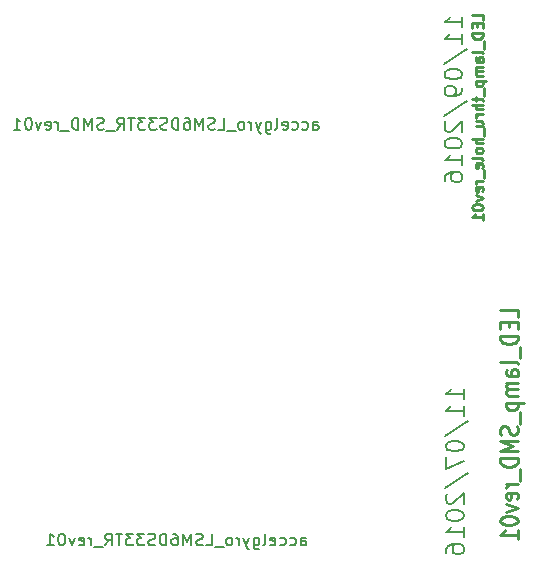
<source format=gbo>
G04 #@! TF.FileFunction,Legend,Bot*
%FSLAX46Y46*%
G04 Gerber Fmt 4.6, Leading zero omitted, Abs format (unit mm)*
G04 Created by KiCad (PCBNEW 4.0.2-stable) date 11/9/2016 4:35:35 PM*
%MOMM*%
G01*
G04 APERTURE LIST*
%ADD10C,0.150000*%
%ADD11C,0.200000*%
%ADD12C,0.225000*%
%ADD13C,0.250000*%
G04 APERTURE END LIST*
D10*
X163028573Y-104152381D02*
X163028573Y-103628571D01*
X163076192Y-103533333D01*
X163171430Y-103485714D01*
X163361907Y-103485714D01*
X163457145Y-103533333D01*
X163028573Y-104104762D02*
X163123811Y-104152381D01*
X163361907Y-104152381D01*
X163457145Y-104104762D01*
X163504764Y-104009524D01*
X163504764Y-103914286D01*
X163457145Y-103819048D01*
X163361907Y-103771429D01*
X163123811Y-103771429D01*
X163028573Y-103723810D01*
X162123811Y-104104762D02*
X162219049Y-104152381D01*
X162409526Y-104152381D01*
X162504764Y-104104762D01*
X162552383Y-104057143D01*
X162600002Y-103961905D01*
X162600002Y-103676190D01*
X162552383Y-103580952D01*
X162504764Y-103533333D01*
X162409526Y-103485714D01*
X162219049Y-103485714D01*
X162123811Y-103533333D01*
X161266668Y-104104762D02*
X161361906Y-104152381D01*
X161552383Y-104152381D01*
X161647621Y-104104762D01*
X161695240Y-104057143D01*
X161742859Y-103961905D01*
X161742859Y-103676190D01*
X161695240Y-103580952D01*
X161647621Y-103533333D01*
X161552383Y-103485714D01*
X161361906Y-103485714D01*
X161266668Y-103533333D01*
X160457144Y-104104762D02*
X160552382Y-104152381D01*
X160742859Y-104152381D01*
X160838097Y-104104762D01*
X160885716Y-104009524D01*
X160885716Y-103628571D01*
X160838097Y-103533333D01*
X160742859Y-103485714D01*
X160552382Y-103485714D01*
X160457144Y-103533333D01*
X160409525Y-103628571D01*
X160409525Y-103723810D01*
X160885716Y-103819048D01*
X159838097Y-104152381D02*
X159933335Y-104104762D01*
X159980954Y-104009524D01*
X159980954Y-103152381D01*
X159028572Y-103485714D02*
X159028572Y-104295238D01*
X159076191Y-104390476D01*
X159123810Y-104438095D01*
X159219049Y-104485714D01*
X159361906Y-104485714D01*
X159457144Y-104438095D01*
X159028572Y-104104762D02*
X159123810Y-104152381D01*
X159314287Y-104152381D01*
X159409525Y-104104762D01*
X159457144Y-104057143D01*
X159504763Y-103961905D01*
X159504763Y-103676190D01*
X159457144Y-103580952D01*
X159409525Y-103533333D01*
X159314287Y-103485714D01*
X159123810Y-103485714D01*
X159028572Y-103533333D01*
X158647620Y-103485714D02*
X158409525Y-104152381D01*
X158171429Y-103485714D02*
X158409525Y-104152381D01*
X158504763Y-104390476D01*
X158552382Y-104438095D01*
X158647620Y-104485714D01*
X157790477Y-104152381D02*
X157790477Y-103485714D01*
X157790477Y-103676190D02*
X157742858Y-103580952D01*
X157695239Y-103533333D01*
X157600001Y-103485714D01*
X157504762Y-103485714D01*
X157028572Y-104152381D02*
X157123810Y-104104762D01*
X157171429Y-104057143D01*
X157219048Y-103961905D01*
X157219048Y-103676190D01*
X157171429Y-103580952D01*
X157123810Y-103533333D01*
X157028572Y-103485714D01*
X156885714Y-103485714D01*
X156790476Y-103533333D01*
X156742857Y-103580952D01*
X156695238Y-103676190D01*
X156695238Y-103961905D01*
X156742857Y-104057143D01*
X156790476Y-104104762D01*
X156885714Y-104152381D01*
X157028572Y-104152381D01*
X156504762Y-104247619D02*
X155742857Y-104247619D01*
X155028571Y-104152381D02*
X155504762Y-104152381D01*
X155504762Y-103152381D01*
X154742857Y-104104762D02*
X154600000Y-104152381D01*
X154361904Y-104152381D01*
X154266666Y-104104762D01*
X154219047Y-104057143D01*
X154171428Y-103961905D01*
X154171428Y-103866667D01*
X154219047Y-103771429D01*
X154266666Y-103723810D01*
X154361904Y-103676190D01*
X154552381Y-103628571D01*
X154647619Y-103580952D01*
X154695238Y-103533333D01*
X154742857Y-103438095D01*
X154742857Y-103342857D01*
X154695238Y-103247619D01*
X154647619Y-103200000D01*
X154552381Y-103152381D01*
X154314285Y-103152381D01*
X154171428Y-103200000D01*
X153742857Y-104152381D02*
X153742857Y-103152381D01*
X153409523Y-103866667D01*
X153076190Y-103152381D01*
X153076190Y-104152381D01*
X152171428Y-103152381D02*
X152361905Y-103152381D01*
X152457143Y-103200000D01*
X152504762Y-103247619D01*
X152600000Y-103390476D01*
X152647619Y-103580952D01*
X152647619Y-103961905D01*
X152600000Y-104057143D01*
X152552381Y-104104762D01*
X152457143Y-104152381D01*
X152266666Y-104152381D01*
X152171428Y-104104762D01*
X152123809Y-104057143D01*
X152076190Y-103961905D01*
X152076190Y-103723810D01*
X152123809Y-103628571D01*
X152171428Y-103580952D01*
X152266666Y-103533333D01*
X152457143Y-103533333D01*
X152552381Y-103580952D01*
X152600000Y-103628571D01*
X152647619Y-103723810D01*
X151647619Y-104152381D02*
X151647619Y-103152381D01*
X151409524Y-103152381D01*
X151266666Y-103200000D01*
X151171428Y-103295238D01*
X151123809Y-103390476D01*
X151076190Y-103580952D01*
X151076190Y-103723810D01*
X151123809Y-103914286D01*
X151171428Y-104009524D01*
X151266666Y-104104762D01*
X151409524Y-104152381D01*
X151647619Y-104152381D01*
X150695238Y-104104762D02*
X150552381Y-104152381D01*
X150314285Y-104152381D01*
X150219047Y-104104762D01*
X150171428Y-104057143D01*
X150123809Y-103961905D01*
X150123809Y-103866667D01*
X150171428Y-103771429D01*
X150219047Y-103723810D01*
X150314285Y-103676190D01*
X150504762Y-103628571D01*
X150600000Y-103580952D01*
X150647619Y-103533333D01*
X150695238Y-103438095D01*
X150695238Y-103342857D01*
X150647619Y-103247619D01*
X150600000Y-103200000D01*
X150504762Y-103152381D01*
X150266666Y-103152381D01*
X150123809Y-103200000D01*
X149790476Y-103152381D02*
X149171428Y-103152381D01*
X149504762Y-103533333D01*
X149361904Y-103533333D01*
X149266666Y-103580952D01*
X149219047Y-103628571D01*
X149171428Y-103723810D01*
X149171428Y-103961905D01*
X149219047Y-104057143D01*
X149266666Y-104104762D01*
X149361904Y-104152381D01*
X149647619Y-104152381D01*
X149742857Y-104104762D01*
X149790476Y-104057143D01*
X148838095Y-103152381D02*
X148219047Y-103152381D01*
X148552381Y-103533333D01*
X148409523Y-103533333D01*
X148314285Y-103580952D01*
X148266666Y-103628571D01*
X148219047Y-103723810D01*
X148219047Y-103961905D01*
X148266666Y-104057143D01*
X148314285Y-104104762D01*
X148409523Y-104152381D01*
X148695238Y-104152381D01*
X148790476Y-104104762D01*
X148838095Y-104057143D01*
X147933333Y-103152381D02*
X147361904Y-103152381D01*
X147647619Y-104152381D02*
X147647619Y-103152381D01*
X146457142Y-104152381D02*
X146790476Y-103676190D01*
X147028571Y-104152381D02*
X147028571Y-103152381D01*
X146647618Y-103152381D01*
X146552380Y-103200000D01*
X146504761Y-103247619D01*
X146457142Y-103342857D01*
X146457142Y-103485714D01*
X146504761Y-103580952D01*
X146552380Y-103628571D01*
X146647618Y-103676190D01*
X147028571Y-103676190D01*
X146266666Y-104247619D02*
X145504761Y-104247619D01*
X145314285Y-104104762D02*
X145171428Y-104152381D01*
X144933332Y-104152381D01*
X144838094Y-104104762D01*
X144790475Y-104057143D01*
X144742856Y-103961905D01*
X144742856Y-103866667D01*
X144790475Y-103771429D01*
X144838094Y-103723810D01*
X144933332Y-103676190D01*
X145123809Y-103628571D01*
X145219047Y-103580952D01*
X145266666Y-103533333D01*
X145314285Y-103438095D01*
X145314285Y-103342857D01*
X145266666Y-103247619D01*
X145219047Y-103200000D01*
X145123809Y-103152381D01*
X144885713Y-103152381D01*
X144742856Y-103200000D01*
X144314285Y-104152381D02*
X144314285Y-103152381D01*
X143980951Y-103866667D01*
X143647618Y-103152381D01*
X143647618Y-104152381D01*
X143171428Y-104152381D02*
X143171428Y-103152381D01*
X142933333Y-103152381D01*
X142790475Y-103200000D01*
X142695237Y-103295238D01*
X142647618Y-103390476D01*
X142599999Y-103580952D01*
X142599999Y-103723810D01*
X142647618Y-103914286D01*
X142695237Y-104009524D01*
X142790475Y-104104762D01*
X142933333Y-104152381D01*
X143171428Y-104152381D01*
X142409523Y-104247619D02*
X141647618Y-104247619D01*
X141409523Y-104152381D02*
X141409523Y-103485714D01*
X141409523Y-103676190D02*
X141361904Y-103580952D01*
X141314285Y-103533333D01*
X141219047Y-103485714D01*
X141123808Y-103485714D01*
X140409522Y-104104762D02*
X140504760Y-104152381D01*
X140695237Y-104152381D01*
X140790475Y-104104762D01*
X140838094Y-104009524D01*
X140838094Y-103628571D01*
X140790475Y-103533333D01*
X140695237Y-103485714D01*
X140504760Y-103485714D01*
X140409522Y-103533333D01*
X140361903Y-103628571D01*
X140361903Y-103723810D01*
X140838094Y-103819048D01*
X140028570Y-103485714D02*
X139790475Y-104152381D01*
X139552379Y-103485714D01*
X138980951Y-103152381D02*
X138885712Y-103152381D01*
X138790474Y-103200000D01*
X138742855Y-103247619D01*
X138695236Y-103342857D01*
X138647617Y-103533333D01*
X138647617Y-103771429D01*
X138695236Y-103961905D01*
X138742855Y-104057143D01*
X138790474Y-104104762D01*
X138885712Y-104152381D01*
X138980951Y-104152381D01*
X139076189Y-104104762D01*
X139123808Y-104057143D01*
X139171427Y-103961905D01*
X139219046Y-103771429D01*
X139219046Y-103533333D01*
X139171427Y-103342857D01*
X139123808Y-103247619D01*
X139076189Y-103200000D01*
X138980951Y-103152381D01*
X137695236Y-104152381D02*
X138266665Y-104152381D01*
X137980951Y-104152381D02*
X137980951Y-103152381D01*
X138076189Y-103295238D01*
X138171427Y-103390476D01*
X138266665Y-103438095D01*
X162000001Y-139352381D02*
X162000001Y-138828571D01*
X162047620Y-138733333D01*
X162142858Y-138685714D01*
X162333335Y-138685714D01*
X162428573Y-138733333D01*
X162000001Y-139304762D02*
X162095239Y-139352381D01*
X162333335Y-139352381D01*
X162428573Y-139304762D01*
X162476192Y-139209524D01*
X162476192Y-139114286D01*
X162428573Y-139019048D01*
X162333335Y-138971429D01*
X162095239Y-138971429D01*
X162000001Y-138923810D01*
X161095239Y-139304762D02*
X161190477Y-139352381D01*
X161380954Y-139352381D01*
X161476192Y-139304762D01*
X161523811Y-139257143D01*
X161571430Y-139161905D01*
X161571430Y-138876190D01*
X161523811Y-138780952D01*
X161476192Y-138733333D01*
X161380954Y-138685714D01*
X161190477Y-138685714D01*
X161095239Y-138733333D01*
X160238096Y-139304762D02*
X160333334Y-139352381D01*
X160523811Y-139352381D01*
X160619049Y-139304762D01*
X160666668Y-139257143D01*
X160714287Y-139161905D01*
X160714287Y-138876190D01*
X160666668Y-138780952D01*
X160619049Y-138733333D01*
X160523811Y-138685714D01*
X160333334Y-138685714D01*
X160238096Y-138733333D01*
X159428572Y-139304762D02*
X159523810Y-139352381D01*
X159714287Y-139352381D01*
X159809525Y-139304762D01*
X159857144Y-139209524D01*
X159857144Y-138828571D01*
X159809525Y-138733333D01*
X159714287Y-138685714D01*
X159523810Y-138685714D01*
X159428572Y-138733333D01*
X159380953Y-138828571D01*
X159380953Y-138923810D01*
X159857144Y-139019048D01*
X158809525Y-139352381D02*
X158904763Y-139304762D01*
X158952382Y-139209524D01*
X158952382Y-138352381D01*
X158000000Y-138685714D02*
X158000000Y-139495238D01*
X158047619Y-139590476D01*
X158095238Y-139638095D01*
X158190477Y-139685714D01*
X158333334Y-139685714D01*
X158428572Y-139638095D01*
X158000000Y-139304762D02*
X158095238Y-139352381D01*
X158285715Y-139352381D01*
X158380953Y-139304762D01*
X158428572Y-139257143D01*
X158476191Y-139161905D01*
X158476191Y-138876190D01*
X158428572Y-138780952D01*
X158380953Y-138733333D01*
X158285715Y-138685714D01*
X158095238Y-138685714D01*
X158000000Y-138733333D01*
X157619048Y-138685714D02*
X157380953Y-139352381D01*
X157142857Y-138685714D02*
X157380953Y-139352381D01*
X157476191Y-139590476D01*
X157523810Y-139638095D01*
X157619048Y-139685714D01*
X156761905Y-139352381D02*
X156761905Y-138685714D01*
X156761905Y-138876190D02*
X156714286Y-138780952D01*
X156666667Y-138733333D01*
X156571429Y-138685714D01*
X156476190Y-138685714D01*
X156000000Y-139352381D02*
X156095238Y-139304762D01*
X156142857Y-139257143D01*
X156190476Y-139161905D01*
X156190476Y-138876190D01*
X156142857Y-138780952D01*
X156095238Y-138733333D01*
X156000000Y-138685714D01*
X155857142Y-138685714D01*
X155761904Y-138733333D01*
X155714285Y-138780952D01*
X155666666Y-138876190D01*
X155666666Y-139161905D01*
X155714285Y-139257143D01*
X155761904Y-139304762D01*
X155857142Y-139352381D01*
X156000000Y-139352381D01*
X155476190Y-139447619D02*
X154714285Y-139447619D01*
X153999999Y-139352381D02*
X154476190Y-139352381D01*
X154476190Y-138352381D01*
X153714285Y-139304762D02*
X153571428Y-139352381D01*
X153333332Y-139352381D01*
X153238094Y-139304762D01*
X153190475Y-139257143D01*
X153142856Y-139161905D01*
X153142856Y-139066667D01*
X153190475Y-138971429D01*
X153238094Y-138923810D01*
X153333332Y-138876190D01*
X153523809Y-138828571D01*
X153619047Y-138780952D01*
X153666666Y-138733333D01*
X153714285Y-138638095D01*
X153714285Y-138542857D01*
X153666666Y-138447619D01*
X153619047Y-138400000D01*
X153523809Y-138352381D01*
X153285713Y-138352381D01*
X153142856Y-138400000D01*
X152714285Y-139352381D02*
X152714285Y-138352381D01*
X152380951Y-139066667D01*
X152047618Y-138352381D01*
X152047618Y-139352381D01*
X151142856Y-138352381D02*
X151333333Y-138352381D01*
X151428571Y-138400000D01*
X151476190Y-138447619D01*
X151571428Y-138590476D01*
X151619047Y-138780952D01*
X151619047Y-139161905D01*
X151571428Y-139257143D01*
X151523809Y-139304762D01*
X151428571Y-139352381D01*
X151238094Y-139352381D01*
X151142856Y-139304762D01*
X151095237Y-139257143D01*
X151047618Y-139161905D01*
X151047618Y-138923810D01*
X151095237Y-138828571D01*
X151142856Y-138780952D01*
X151238094Y-138733333D01*
X151428571Y-138733333D01*
X151523809Y-138780952D01*
X151571428Y-138828571D01*
X151619047Y-138923810D01*
X150619047Y-139352381D02*
X150619047Y-138352381D01*
X150380952Y-138352381D01*
X150238094Y-138400000D01*
X150142856Y-138495238D01*
X150095237Y-138590476D01*
X150047618Y-138780952D01*
X150047618Y-138923810D01*
X150095237Y-139114286D01*
X150142856Y-139209524D01*
X150238094Y-139304762D01*
X150380952Y-139352381D01*
X150619047Y-139352381D01*
X149666666Y-139304762D02*
X149523809Y-139352381D01*
X149285713Y-139352381D01*
X149190475Y-139304762D01*
X149142856Y-139257143D01*
X149095237Y-139161905D01*
X149095237Y-139066667D01*
X149142856Y-138971429D01*
X149190475Y-138923810D01*
X149285713Y-138876190D01*
X149476190Y-138828571D01*
X149571428Y-138780952D01*
X149619047Y-138733333D01*
X149666666Y-138638095D01*
X149666666Y-138542857D01*
X149619047Y-138447619D01*
X149571428Y-138400000D01*
X149476190Y-138352381D01*
X149238094Y-138352381D01*
X149095237Y-138400000D01*
X148761904Y-138352381D02*
X148142856Y-138352381D01*
X148476190Y-138733333D01*
X148333332Y-138733333D01*
X148238094Y-138780952D01*
X148190475Y-138828571D01*
X148142856Y-138923810D01*
X148142856Y-139161905D01*
X148190475Y-139257143D01*
X148238094Y-139304762D01*
X148333332Y-139352381D01*
X148619047Y-139352381D01*
X148714285Y-139304762D01*
X148761904Y-139257143D01*
X147809523Y-138352381D02*
X147190475Y-138352381D01*
X147523809Y-138733333D01*
X147380951Y-138733333D01*
X147285713Y-138780952D01*
X147238094Y-138828571D01*
X147190475Y-138923810D01*
X147190475Y-139161905D01*
X147238094Y-139257143D01*
X147285713Y-139304762D01*
X147380951Y-139352381D01*
X147666666Y-139352381D01*
X147761904Y-139304762D01*
X147809523Y-139257143D01*
X146904761Y-138352381D02*
X146333332Y-138352381D01*
X146619047Y-139352381D02*
X146619047Y-138352381D01*
X145428570Y-139352381D02*
X145761904Y-138876190D01*
X145999999Y-139352381D02*
X145999999Y-138352381D01*
X145619046Y-138352381D01*
X145523808Y-138400000D01*
X145476189Y-138447619D01*
X145428570Y-138542857D01*
X145428570Y-138685714D01*
X145476189Y-138780952D01*
X145523808Y-138828571D01*
X145619046Y-138876190D01*
X145999999Y-138876190D01*
X145238094Y-139447619D02*
X144476189Y-139447619D01*
X144238094Y-139352381D02*
X144238094Y-138685714D01*
X144238094Y-138876190D02*
X144190475Y-138780952D01*
X144142856Y-138733333D01*
X144047618Y-138685714D01*
X143952379Y-138685714D01*
X143238093Y-139304762D02*
X143333331Y-139352381D01*
X143523808Y-139352381D01*
X143619046Y-139304762D01*
X143666665Y-139209524D01*
X143666665Y-138828571D01*
X143619046Y-138733333D01*
X143523808Y-138685714D01*
X143333331Y-138685714D01*
X143238093Y-138733333D01*
X143190474Y-138828571D01*
X143190474Y-138923810D01*
X143666665Y-139019048D01*
X142857141Y-138685714D02*
X142619046Y-139352381D01*
X142380950Y-138685714D01*
X141809522Y-138352381D02*
X141714283Y-138352381D01*
X141619045Y-138400000D01*
X141571426Y-138447619D01*
X141523807Y-138542857D01*
X141476188Y-138733333D01*
X141476188Y-138971429D01*
X141523807Y-139161905D01*
X141571426Y-139257143D01*
X141619045Y-139304762D01*
X141714283Y-139352381D01*
X141809522Y-139352381D01*
X141904760Y-139304762D01*
X141952379Y-139257143D01*
X141999998Y-139161905D01*
X142047617Y-138971429D01*
X142047617Y-138733333D01*
X141999998Y-138542857D01*
X141952379Y-138447619D01*
X141904760Y-138400000D01*
X141809522Y-138352381D01*
X140523807Y-139352381D02*
X141095236Y-139352381D01*
X140809522Y-139352381D02*
X140809522Y-138352381D01*
X140904760Y-138495238D01*
X140999998Y-138590476D01*
X141095236Y-138638095D01*
D11*
X175678571Y-95457144D02*
X175678571Y-94600001D01*
X175678571Y-95028573D02*
X174178571Y-95028573D01*
X174392857Y-94885716D01*
X174535714Y-94742858D01*
X174607143Y-94600001D01*
X175678571Y-96885715D02*
X175678571Y-96028572D01*
X175678571Y-96457144D02*
X174178571Y-96457144D01*
X174392857Y-96314287D01*
X174535714Y-96171429D01*
X174607143Y-96028572D01*
X174107143Y-98600000D02*
X176035714Y-97314286D01*
X174178571Y-99385715D02*
X174178571Y-99528572D01*
X174250000Y-99671429D01*
X174321429Y-99742858D01*
X174464286Y-99814287D01*
X174750000Y-99885715D01*
X175107143Y-99885715D01*
X175392857Y-99814287D01*
X175535714Y-99742858D01*
X175607143Y-99671429D01*
X175678571Y-99528572D01*
X175678571Y-99385715D01*
X175607143Y-99242858D01*
X175535714Y-99171429D01*
X175392857Y-99100001D01*
X175107143Y-99028572D01*
X174750000Y-99028572D01*
X174464286Y-99100001D01*
X174321429Y-99171429D01*
X174250000Y-99242858D01*
X174178571Y-99385715D01*
X175678571Y-100600000D02*
X175678571Y-100885715D01*
X175607143Y-101028572D01*
X175535714Y-101100000D01*
X175321429Y-101242858D01*
X175035714Y-101314286D01*
X174464286Y-101314286D01*
X174321429Y-101242858D01*
X174250000Y-101171429D01*
X174178571Y-101028572D01*
X174178571Y-100742858D01*
X174250000Y-100600000D01*
X174321429Y-100528572D01*
X174464286Y-100457143D01*
X174821429Y-100457143D01*
X174964286Y-100528572D01*
X175035714Y-100600000D01*
X175107143Y-100742858D01*
X175107143Y-101028572D01*
X175035714Y-101171429D01*
X174964286Y-101242858D01*
X174821429Y-101314286D01*
X174107143Y-103028571D02*
X176035714Y-101742857D01*
X174321429Y-103457143D02*
X174250000Y-103528572D01*
X174178571Y-103671429D01*
X174178571Y-104028572D01*
X174250000Y-104171429D01*
X174321429Y-104242858D01*
X174464286Y-104314286D01*
X174607143Y-104314286D01*
X174821429Y-104242858D01*
X175678571Y-103385715D01*
X175678571Y-104314286D01*
X174178571Y-105242857D02*
X174178571Y-105385714D01*
X174250000Y-105528571D01*
X174321429Y-105600000D01*
X174464286Y-105671429D01*
X174750000Y-105742857D01*
X175107143Y-105742857D01*
X175392857Y-105671429D01*
X175535714Y-105600000D01*
X175607143Y-105528571D01*
X175678571Y-105385714D01*
X175678571Y-105242857D01*
X175607143Y-105100000D01*
X175535714Y-105028571D01*
X175392857Y-104957143D01*
X175107143Y-104885714D01*
X174750000Y-104885714D01*
X174464286Y-104957143D01*
X174321429Y-105028571D01*
X174250000Y-105100000D01*
X174178571Y-105242857D01*
X175678571Y-107171428D02*
X175678571Y-106314285D01*
X175678571Y-106742857D02*
X174178571Y-106742857D01*
X174392857Y-106600000D01*
X174535714Y-106457142D01*
X174607143Y-106314285D01*
X174178571Y-108457142D02*
X174178571Y-108171428D01*
X174250000Y-108028571D01*
X174321429Y-107957142D01*
X174535714Y-107814285D01*
X174821429Y-107742856D01*
X175392857Y-107742856D01*
X175535714Y-107814285D01*
X175607143Y-107885713D01*
X175678571Y-108028571D01*
X175678571Y-108314285D01*
X175607143Y-108457142D01*
X175535714Y-108528571D01*
X175392857Y-108599999D01*
X175035714Y-108599999D01*
X174892857Y-108528571D01*
X174821429Y-108457142D01*
X174750000Y-108314285D01*
X174750000Y-108028571D01*
X174821429Y-107885713D01*
X174892857Y-107814285D01*
X175035714Y-107742856D01*
D12*
X177407143Y-94849999D02*
X177407143Y-94421428D01*
X176507143Y-94421428D01*
X176935714Y-95149999D02*
X176935714Y-95449999D01*
X177407143Y-95578570D02*
X177407143Y-95149999D01*
X176507143Y-95149999D01*
X176507143Y-95578570D01*
X177407143Y-95964285D02*
X176507143Y-95964285D01*
X176507143Y-96178570D01*
X176550000Y-96307142D01*
X176635714Y-96392856D01*
X176721429Y-96435713D01*
X176892857Y-96478570D01*
X177021429Y-96478570D01*
X177192857Y-96435713D01*
X177278571Y-96392856D01*
X177364286Y-96307142D01*
X177407143Y-96178570D01*
X177407143Y-95964285D01*
X177492857Y-96649999D02*
X177492857Y-97335713D01*
X177407143Y-97678570D02*
X177364286Y-97592856D01*
X177278571Y-97549999D01*
X176507143Y-97549999D01*
X177407143Y-98407142D02*
X176935714Y-98407142D01*
X176850000Y-98364285D01*
X176807143Y-98278571D01*
X176807143Y-98107142D01*
X176850000Y-98021428D01*
X177364286Y-98407142D02*
X177407143Y-98321428D01*
X177407143Y-98107142D01*
X177364286Y-98021428D01*
X177278571Y-97978571D01*
X177192857Y-97978571D01*
X177107143Y-98021428D01*
X177064286Y-98107142D01*
X177064286Y-98321428D01*
X177021429Y-98407142D01*
X177407143Y-98835714D02*
X176807143Y-98835714D01*
X176892857Y-98835714D02*
X176850000Y-98878571D01*
X176807143Y-98964285D01*
X176807143Y-99092857D01*
X176850000Y-99178571D01*
X176935714Y-99221428D01*
X177407143Y-99221428D01*
X176935714Y-99221428D02*
X176850000Y-99264285D01*
X176807143Y-99349999D01*
X176807143Y-99478571D01*
X176850000Y-99564285D01*
X176935714Y-99607142D01*
X177407143Y-99607142D01*
X176807143Y-100035714D02*
X177707143Y-100035714D01*
X176850000Y-100035714D02*
X176807143Y-100121428D01*
X176807143Y-100292857D01*
X176850000Y-100378571D01*
X176892857Y-100421428D01*
X176978571Y-100464285D01*
X177235714Y-100464285D01*
X177321429Y-100421428D01*
X177364286Y-100378571D01*
X177407143Y-100292857D01*
X177407143Y-100121428D01*
X177364286Y-100035714D01*
X177492857Y-100635714D02*
X177492857Y-101321428D01*
X176807143Y-101407142D02*
X176807143Y-101749999D01*
X176507143Y-101535714D02*
X177278571Y-101535714D01*
X177364286Y-101578571D01*
X177407143Y-101664285D01*
X177407143Y-101749999D01*
X177407143Y-102050000D02*
X176507143Y-102050000D01*
X177407143Y-102435714D02*
X176935714Y-102435714D01*
X176850000Y-102392857D01*
X176807143Y-102307143D01*
X176807143Y-102178571D01*
X176850000Y-102092857D01*
X176892857Y-102050000D01*
X177407143Y-102864286D02*
X176807143Y-102864286D01*
X176978571Y-102864286D02*
X176892857Y-102907143D01*
X176850000Y-102950000D01*
X176807143Y-103035714D01*
X176807143Y-103121429D01*
X176807143Y-103807143D02*
X177407143Y-103807143D01*
X176807143Y-103421429D02*
X177278571Y-103421429D01*
X177364286Y-103464286D01*
X177407143Y-103550000D01*
X177407143Y-103678572D01*
X177364286Y-103764286D01*
X177321429Y-103807143D01*
X177492857Y-104021429D02*
X177492857Y-104707143D01*
X177407143Y-104921429D02*
X176507143Y-104921429D01*
X177407143Y-105307143D02*
X176935714Y-105307143D01*
X176850000Y-105264286D01*
X176807143Y-105178572D01*
X176807143Y-105050000D01*
X176850000Y-104964286D01*
X176892857Y-104921429D01*
X177407143Y-105864286D02*
X177364286Y-105778572D01*
X177321429Y-105735715D01*
X177235714Y-105692858D01*
X176978571Y-105692858D01*
X176892857Y-105735715D01*
X176850000Y-105778572D01*
X176807143Y-105864286D01*
X176807143Y-105992858D01*
X176850000Y-106078572D01*
X176892857Y-106121429D01*
X176978571Y-106164286D01*
X177235714Y-106164286D01*
X177321429Y-106121429D01*
X177364286Y-106078572D01*
X177407143Y-105992858D01*
X177407143Y-105864286D01*
X177407143Y-106678572D02*
X177364286Y-106592858D01*
X177278571Y-106550001D01*
X176507143Y-106550001D01*
X177364286Y-107364287D02*
X177407143Y-107278573D01*
X177407143Y-107107144D01*
X177364286Y-107021430D01*
X177278571Y-106978573D01*
X176935714Y-106978573D01*
X176850000Y-107021430D01*
X176807143Y-107107144D01*
X176807143Y-107278573D01*
X176850000Y-107364287D01*
X176935714Y-107407144D01*
X177021429Y-107407144D01*
X177107143Y-106978573D01*
X177492857Y-107578573D02*
X177492857Y-108264287D01*
X177407143Y-108478573D02*
X176807143Y-108478573D01*
X176978571Y-108478573D02*
X176892857Y-108521430D01*
X176850000Y-108564287D01*
X176807143Y-108650001D01*
X176807143Y-108735716D01*
X177364286Y-109378573D02*
X177407143Y-109292859D01*
X177407143Y-109121430D01*
X177364286Y-109035716D01*
X177278571Y-108992859D01*
X176935714Y-108992859D01*
X176850000Y-109035716D01*
X176807143Y-109121430D01*
X176807143Y-109292859D01*
X176850000Y-109378573D01*
X176935714Y-109421430D01*
X177021429Y-109421430D01*
X177107143Y-108992859D01*
X176807143Y-109721430D02*
X177407143Y-109935716D01*
X176807143Y-110150002D01*
X176507143Y-110664287D02*
X176507143Y-110750002D01*
X176550000Y-110835716D01*
X176592857Y-110878573D01*
X176678571Y-110921430D01*
X176850000Y-110964287D01*
X177064286Y-110964287D01*
X177235714Y-110921430D01*
X177321429Y-110878573D01*
X177364286Y-110835716D01*
X177407143Y-110750002D01*
X177407143Y-110664287D01*
X177364286Y-110578573D01*
X177321429Y-110535716D01*
X177235714Y-110492859D01*
X177064286Y-110450002D01*
X176850000Y-110450002D01*
X176678571Y-110492859D01*
X176592857Y-110535716D01*
X176550000Y-110578573D01*
X176507143Y-110664287D01*
X177407143Y-111821430D02*
X177407143Y-111307145D01*
X177407143Y-111564287D02*
X176507143Y-111564287D01*
X176635714Y-111478573D01*
X176721429Y-111392859D01*
X176764286Y-111307145D01*
D11*
X175778571Y-126957144D02*
X175778571Y-126100001D01*
X175778571Y-126528573D02*
X174278571Y-126528573D01*
X174492857Y-126385716D01*
X174635714Y-126242858D01*
X174707143Y-126100001D01*
X175778571Y-128385715D02*
X175778571Y-127528572D01*
X175778571Y-127957144D02*
X174278571Y-127957144D01*
X174492857Y-127814287D01*
X174635714Y-127671429D01*
X174707143Y-127528572D01*
X174207143Y-130100000D02*
X176135714Y-128814286D01*
X174278571Y-130885715D02*
X174278571Y-131028572D01*
X174350000Y-131171429D01*
X174421429Y-131242858D01*
X174564286Y-131314287D01*
X174850000Y-131385715D01*
X175207143Y-131385715D01*
X175492857Y-131314287D01*
X175635714Y-131242858D01*
X175707143Y-131171429D01*
X175778571Y-131028572D01*
X175778571Y-130885715D01*
X175707143Y-130742858D01*
X175635714Y-130671429D01*
X175492857Y-130600001D01*
X175207143Y-130528572D01*
X174850000Y-130528572D01*
X174564286Y-130600001D01*
X174421429Y-130671429D01*
X174350000Y-130742858D01*
X174278571Y-130885715D01*
X174278571Y-131885715D02*
X174278571Y-132885715D01*
X175778571Y-132242858D01*
X174207143Y-134528571D02*
X176135714Y-133242857D01*
X174421429Y-134957143D02*
X174350000Y-135028572D01*
X174278571Y-135171429D01*
X174278571Y-135528572D01*
X174350000Y-135671429D01*
X174421429Y-135742858D01*
X174564286Y-135814286D01*
X174707143Y-135814286D01*
X174921429Y-135742858D01*
X175778571Y-134885715D01*
X175778571Y-135814286D01*
X174278571Y-136742857D02*
X174278571Y-136885714D01*
X174350000Y-137028571D01*
X174421429Y-137100000D01*
X174564286Y-137171429D01*
X174850000Y-137242857D01*
X175207143Y-137242857D01*
X175492857Y-137171429D01*
X175635714Y-137100000D01*
X175707143Y-137028571D01*
X175778571Y-136885714D01*
X175778571Y-136742857D01*
X175707143Y-136600000D01*
X175635714Y-136528571D01*
X175492857Y-136457143D01*
X175207143Y-136385714D01*
X174850000Y-136385714D01*
X174564286Y-136457143D01*
X174421429Y-136528571D01*
X174350000Y-136600000D01*
X174278571Y-136742857D01*
X175778571Y-138671428D02*
X175778571Y-137814285D01*
X175778571Y-138242857D02*
X174278571Y-138242857D01*
X174492857Y-138100000D01*
X174635714Y-137957142D01*
X174707143Y-137814285D01*
X174278571Y-139957142D02*
X174278571Y-139671428D01*
X174350000Y-139528571D01*
X174421429Y-139457142D01*
X174635714Y-139314285D01*
X174921429Y-139242856D01*
X175492857Y-139242856D01*
X175635714Y-139314285D01*
X175707143Y-139385713D01*
X175778571Y-139528571D01*
X175778571Y-139814285D01*
X175707143Y-139957142D01*
X175635714Y-140028571D01*
X175492857Y-140099999D01*
X175135714Y-140099999D01*
X174992857Y-140028571D01*
X174921429Y-139957142D01*
X174850000Y-139814285D01*
X174850000Y-139528571D01*
X174921429Y-139385713D01*
X174992857Y-139314285D01*
X175135714Y-139242856D01*
D13*
X180378571Y-120052381D02*
X180378571Y-119457143D01*
X178878571Y-119457143D01*
X179592857Y-120469048D02*
X179592857Y-120885715D01*
X180378571Y-121064286D02*
X180378571Y-120469048D01*
X178878571Y-120469048D01*
X178878571Y-121064286D01*
X180378571Y-121600000D02*
X178878571Y-121600000D01*
X178878571Y-121897619D01*
X178950000Y-122076191D01*
X179092857Y-122195238D01*
X179235714Y-122254762D01*
X179521429Y-122314286D01*
X179735714Y-122314286D01*
X180021429Y-122254762D01*
X180164286Y-122195238D01*
X180307143Y-122076191D01*
X180378571Y-121897619D01*
X180378571Y-121600000D01*
X180521429Y-122552381D02*
X180521429Y-123504762D01*
X180378571Y-123980952D02*
X180307143Y-123861905D01*
X180164286Y-123802381D01*
X178878571Y-123802381D01*
X180378571Y-124992857D02*
X179592857Y-124992857D01*
X179450000Y-124933334D01*
X179378571Y-124814286D01*
X179378571Y-124576191D01*
X179450000Y-124457143D01*
X180307143Y-124992857D02*
X180378571Y-124873810D01*
X180378571Y-124576191D01*
X180307143Y-124457143D01*
X180164286Y-124397619D01*
X180021429Y-124397619D01*
X179878571Y-124457143D01*
X179807143Y-124576191D01*
X179807143Y-124873810D01*
X179735714Y-124992857D01*
X180378571Y-125588095D02*
X179378571Y-125588095D01*
X179521429Y-125588095D02*
X179450000Y-125647619D01*
X179378571Y-125766666D01*
X179378571Y-125945238D01*
X179450000Y-126064286D01*
X179592857Y-126123809D01*
X180378571Y-126123809D01*
X179592857Y-126123809D02*
X179450000Y-126183333D01*
X179378571Y-126302381D01*
X179378571Y-126480952D01*
X179450000Y-126600000D01*
X179592857Y-126659524D01*
X180378571Y-126659524D01*
X179378571Y-127254762D02*
X180878571Y-127254762D01*
X179450000Y-127254762D02*
X179378571Y-127373810D01*
X179378571Y-127611905D01*
X179450000Y-127730953D01*
X179521429Y-127790476D01*
X179664286Y-127850000D01*
X180092857Y-127850000D01*
X180235714Y-127790476D01*
X180307143Y-127730953D01*
X180378571Y-127611905D01*
X180378571Y-127373810D01*
X180307143Y-127254762D01*
X180521429Y-128088095D02*
X180521429Y-129040476D01*
X180307143Y-129278571D02*
X180378571Y-129457143D01*
X180378571Y-129754762D01*
X180307143Y-129873809D01*
X180235714Y-129933333D01*
X180092857Y-129992857D01*
X179950000Y-129992857D01*
X179807143Y-129933333D01*
X179735714Y-129873809D01*
X179664286Y-129754762D01*
X179592857Y-129516666D01*
X179521429Y-129397619D01*
X179450000Y-129338095D01*
X179307143Y-129278571D01*
X179164286Y-129278571D01*
X179021429Y-129338095D01*
X178950000Y-129397619D01*
X178878571Y-129516666D01*
X178878571Y-129814286D01*
X178950000Y-129992857D01*
X180378571Y-130528571D02*
X178878571Y-130528571D01*
X179950000Y-130945238D01*
X178878571Y-131361904D01*
X180378571Y-131361904D01*
X180378571Y-131957142D02*
X178878571Y-131957142D01*
X178878571Y-132254761D01*
X178950000Y-132433333D01*
X179092857Y-132552380D01*
X179235714Y-132611904D01*
X179521429Y-132671428D01*
X179735714Y-132671428D01*
X180021429Y-132611904D01*
X180164286Y-132552380D01*
X180307143Y-132433333D01*
X180378571Y-132254761D01*
X180378571Y-131957142D01*
X180521429Y-132909523D02*
X180521429Y-133861904D01*
X180378571Y-134159523D02*
X179378571Y-134159523D01*
X179664286Y-134159523D02*
X179521429Y-134219047D01*
X179450000Y-134278571D01*
X179378571Y-134397618D01*
X179378571Y-134516666D01*
X180307143Y-135409524D02*
X180378571Y-135290476D01*
X180378571Y-135052381D01*
X180307143Y-134933333D01*
X180164286Y-134873809D01*
X179592857Y-134873809D01*
X179450000Y-134933333D01*
X179378571Y-135052381D01*
X179378571Y-135290476D01*
X179450000Y-135409524D01*
X179592857Y-135469047D01*
X179735714Y-135469047D01*
X179878571Y-134873809D01*
X179378571Y-135885714D02*
X180378571Y-136183333D01*
X179378571Y-136480953D01*
X178878571Y-137195238D02*
X178878571Y-137314286D01*
X178950000Y-137433334D01*
X179021429Y-137492857D01*
X179164286Y-137552381D01*
X179450000Y-137611905D01*
X179807143Y-137611905D01*
X180092857Y-137552381D01*
X180235714Y-137492857D01*
X180307143Y-137433334D01*
X180378571Y-137314286D01*
X180378571Y-137195238D01*
X180307143Y-137076191D01*
X180235714Y-137016667D01*
X180092857Y-136957143D01*
X179807143Y-136897619D01*
X179450000Y-136897619D01*
X179164286Y-136957143D01*
X179021429Y-137016667D01*
X178950000Y-137076191D01*
X178878571Y-137195238D01*
X180378571Y-138802381D02*
X180378571Y-138088095D01*
X180378571Y-138445238D02*
X178878571Y-138445238D01*
X179092857Y-138326190D01*
X179235714Y-138207143D01*
X179307143Y-138088095D01*
M02*

</source>
